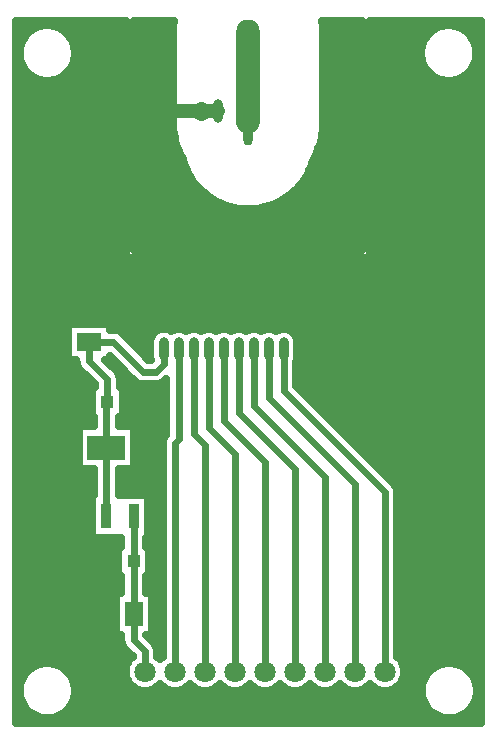
<source format=gbr>
G04 DipTrace 3.0.0.1*
G04 Top.gbr*
%MOIN*%
G04 #@! TF.FileFunction,Copper,L1,Top*
G04 #@! TF.Part,Single*
G04 #@! TA.AperFunction,Conductor*
%ADD13C,0.023622*%
%ADD14C,0.047244*%
%ADD15C,0.012992*%
%ADD16C,0.062992*%
%ADD17C,0.07874*%
G04 #@! TA.AperFunction,CopperBalancing*
%ADD18C,0.025*%
%ADD21R,0.061995X0.081995*%
%ADD23R,0.081995X0.061995*%
%ADD24R,0.043307X0.03937*%
G04 #@! TA.AperFunction,ComponentPad*
%ADD25C,0.070866*%
%ADD26O,0.031496X0.07874*%
%ADD27O,0.031496X0.15748*%
G04 #@! TA.AperFunction,ComponentPad*
%ADD28C,0.031496*%
%ADD30R,0.037402X0.084646*%
%ADD31R,0.127953X0.084646*%
%ADD33O,0.07874X0.177165*%
%FSLAX26Y26*%
G04*
G70*
G90*
G75*
G01*
G04 Top*
%LPD*%
X737451Y574950D2*
D13*
Y768701D1*
X699951D1*
X737451Y574950D2*
D3*
X511811Y629921D2*
X631201D1*
Y562450D1*
X643701Y574950D1*
X737451D1*
Y474951D1*
X706201Y443701D1*
X635827D1*
X629921Y437795D1*
X1081272Y2443906D2*
D14*
X1025017D1*
X981262D1*
X918766D1*
D15*
X912505Y2450167D1*
X1025017Y2443916D2*
D16*
Y2443906D1*
X968761Y2443916D2*
D14*
X981262Y2443906D1*
X709252Y1093701D2*
D13*
Y1322047D1*
X900031Y1650155D2*
Y1600105D1*
X875001Y1575075D1*
X831247D1*
X731226Y1675096D1*
X649979D1*
X709252Y1322047D2*
Y1471829D1*
D15*
X712487Y1475064D1*
D13*
Y1550070D1*
X649979Y1612577D1*
Y1675096D1*
X950031Y1650155D2*
Y1350031D1*
X937520Y1337520D1*
Y576181D1*
X1000031Y1650155D2*
Y1368786D1*
X1037520Y1331298D1*
Y576181D1*
X1050031Y1650155D2*
Y1387370D1*
X1137520Y1299882D1*
Y576181D1*
X1100031Y1650155D2*
Y1412370D1*
X1237520Y1274882D1*
Y576181D1*
X1150031Y1650165D2*
Y1437370D1*
X1337559Y1249843D1*
Y576181D1*
X1200031Y1650155D2*
Y1462370D1*
X1437559Y1224843D1*
Y576181D1*
X1250031Y1650155D2*
Y1487370D1*
X1537559Y1199843D1*
Y576181D1*
X1637598D2*
Y1174803D1*
X1300031Y1512370D1*
Y1650155D1*
X1181181Y2662450D2*
D17*
X1181272Y2406386D1*
X799951Y768701D2*
D13*
Y943701D1*
Y1093552D1*
X799803Y1093701D1*
X837480Y576181D2*
Y643672D1*
X799951Y681201D1*
Y768701D1*
X408701Y2718537D2*
D18*
X464712D1*
X558921D2*
X772378D1*
X1589780D2*
X1803286D1*
X1897495D2*
X1953481D1*
X408701Y2693668D2*
X435903D1*
X587680D2*
X772378D1*
X1589780D2*
X1774477D1*
X1926303D2*
X1953481D1*
X408701Y2668799D2*
X422426D1*
X601206D2*
X772378D1*
X1589780D2*
X1761001D1*
X1939780D2*
X1953516D1*
X408701Y2643930D2*
X417299D1*
X606333D2*
X772378D1*
X1589780D2*
X1755874D1*
X1944907D2*
X1953512D1*
X408701Y2619062D2*
X419008D1*
X604624D2*
X772378D1*
X1589780D2*
X1757583D1*
X1943198D2*
X1953489D1*
X408701Y2594193D2*
X428042D1*
X595590D2*
X772378D1*
X1589780D2*
X1766616D1*
X1934165D2*
X1953461D1*
X408701Y2569324D2*
X447524D1*
X576108D2*
X772378D1*
X1589780D2*
X1786098D1*
X1914682D2*
X1953481D1*
X408701Y2544455D2*
X772378D1*
X1589780D2*
X1953481D1*
X408701Y2519587D2*
X772378D1*
X1589780D2*
X1953481D1*
X408701Y2494718D2*
X772378D1*
X1589780D2*
X1953481D1*
X408701Y2469849D2*
X772378D1*
X1589780D2*
X1953481D1*
X408701Y2444980D2*
X772378D1*
X1589780D2*
X1953481D1*
X408701Y2420112D2*
X772378D1*
X1589780D2*
X1953481D1*
X408701Y2395243D2*
X772378D1*
X1589780D2*
X1953481D1*
X408701Y2370374D2*
X772378D1*
X1589780D2*
X1953481D1*
X408701Y2345505D2*
X772378D1*
X1589780D2*
X1953481D1*
X408701Y2320636D2*
X772378D1*
X1589780D2*
X1953481D1*
X408701Y2295768D2*
X772378D1*
X1589780D2*
X1953481D1*
X408701Y2270899D2*
X772378D1*
X1589780D2*
X1953481D1*
X408701Y2246030D2*
X772378D1*
X1589780D2*
X1953481D1*
X408701Y2221161D2*
X772378D1*
X1589780D2*
X1953481D1*
X408701Y2196293D2*
X772378D1*
X1589780D2*
X1953481D1*
X408701Y2171424D2*
X772378D1*
X1589780D2*
X1953481D1*
X408701Y2146555D2*
X772378D1*
X1589780D2*
X1953481D1*
X408701Y2121686D2*
X772378D1*
X1589780D2*
X1953481D1*
X408701Y2096818D2*
X772378D1*
X1589780D2*
X1953481D1*
X408701Y2071949D2*
X772378D1*
X1589780D2*
X1953481D1*
X408701Y2047080D2*
X772378D1*
X1589780D2*
X1953481D1*
X408701Y2022211D2*
X772378D1*
X1589780D2*
X1953481D1*
X408701Y1997343D2*
X772378D1*
X1589780D2*
X1953481D1*
X408701Y1972474D2*
X772378D1*
X1589780D2*
X1953481D1*
X408701Y1947605D2*
X1953481D1*
X408701Y1922736D2*
X1953481D1*
X408701Y1897867D2*
X1953481D1*
X408701Y1872999D2*
X1953481D1*
X408701Y1848130D2*
X1953481D1*
X408701Y1823261D2*
X1953481D1*
X408701Y1798392D2*
X1953481D1*
X408701Y1773524D2*
X1953481D1*
X408701Y1748655D2*
X1953481D1*
X408701Y1723786D2*
X577212D1*
X722739D2*
X1953481D1*
X408701Y1698917D2*
X577212D1*
X767954D2*
X860219D1*
X1339829D2*
X1953481D1*
X408701Y1674049D2*
X577212D1*
X792856D2*
X852553D1*
X1347544D2*
X1953481D1*
X408701Y1649180D2*
X577212D1*
X817710D2*
X852553D1*
X1347544D2*
X1953481D1*
X408701Y1624311D2*
X577212D1*
X842563D2*
X852598D1*
X1347495D2*
X1953481D1*
X408701Y1599442D2*
X608559D1*
X723667D2*
X746303D1*
X1343588D2*
X1953481D1*
X408701Y1574573D2*
X627407D1*
X747934D2*
X771206D1*
X1343588D2*
X1953481D1*
X408701Y1549705D2*
X652309D1*
X756040D2*
X796059D1*
X1343588D2*
X1953481D1*
X408701Y1524836D2*
X668911D1*
X756040D2*
X906460D1*
X1348129D2*
X1953481D1*
X408701Y1499967D2*
X659096D1*
X765903D2*
X906460D1*
X1372983D2*
X1953481D1*
X408701Y1475098D2*
X659096D1*
X765903D2*
X906460D1*
X1397885D2*
X1953481D1*
X408701Y1450230D2*
X659096D1*
X765903D2*
X906460D1*
X1422739D2*
X1953481D1*
X408701Y1425361D2*
X665688D1*
X752817D2*
X906460D1*
X1447592D2*
X1953481D1*
X408701Y1400492D2*
X665688D1*
X752817D2*
X906460D1*
X1472495D2*
X1953481D1*
X408701Y1375623D2*
X613540D1*
X804965D2*
X906460D1*
X1497348D2*
X1953481D1*
X408701Y1350755D2*
X613540D1*
X804965D2*
X896157D1*
X1522202D2*
X1953481D1*
X408701Y1325886D2*
X613540D1*
X804965D2*
X893960D1*
X1547104D2*
X1953481D1*
X408701Y1301017D2*
X613540D1*
X804965D2*
X893960D1*
X1571958D2*
X1953481D1*
X408701Y1276148D2*
X613540D1*
X804965D2*
X893960D1*
X1596811D2*
X1953481D1*
X408701Y1251280D2*
X613540D1*
X804965D2*
X893960D1*
X1621665D2*
X1953481D1*
X408701Y1226411D2*
X665688D1*
X752817D2*
X893960D1*
X1646567D2*
X1953481D1*
X408701Y1201542D2*
X665688D1*
X752817D2*
X893960D1*
X1671274D2*
X1953481D1*
X408701Y1176673D2*
X665688D1*
X752817D2*
X893960D1*
X1681137D2*
X1953481D1*
X408701Y1151804D2*
X658803D1*
X850229D2*
X893960D1*
X1681137D2*
X1953481D1*
X408701Y1126936D2*
X658803D1*
X850229D2*
X893960D1*
X1681137D2*
X1953481D1*
X408701Y1102067D2*
X658803D1*
X850229D2*
X893960D1*
X1681137D2*
X1953481D1*
X408701Y1077198D2*
X658803D1*
X850229D2*
X893960D1*
X1681137D2*
X1953481D1*
X408701Y1052329D2*
X658803D1*
X850229D2*
X893960D1*
X1681137D2*
X1953481D1*
X408701Y1027461D2*
X658803D1*
X850229D2*
X893960D1*
X1681137D2*
X1953481D1*
X408701Y1002592D2*
X756411D1*
X843491D2*
X893960D1*
X1681137D2*
X1953481D1*
X408701Y977723D2*
X746547D1*
X853354D2*
X893960D1*
X1681137D2*
X1953481D1*
X408701Y952854D2*
X746547D1*
X853354D2*
X893960D1*
X1681137D2*
X1953481D1*
X408701Y927986D2*
X746547D1*
X853354D2*
X893960D1*
X1681137D2*
X1953481D1*
X408701Y903117D2*
X746547D1*
X853354D2*
X893960D1*
X1681137D2*
X1953481D1*
X408701Y878248D2*
X756411D1*
X843491D2*
X893960D1*
X1681137D2*
X1953481D1*
X408701Y853379D2*
X756411D1*
X843491D2*
X893960D1*
X1681137D2*
X1953481D1*
X408701Y828510D2*
X737221D1*
X862680D2*
X893960D1*
X1681137D2*
X1953481D1*
X408701Y803642D2*
X737221D1*
X862680D2*
X893960D1*
X1681137D2*
X1953481D1*
X408701Y778773D2*
X737221D1*
X862680D2*
X893960D1*
X1681137D2*
X1953481D1*
X408701Y753904D2*
X737221D1*
X862680D2*
X893960D1*
X1681137D2*
X1953481D1*
X408701Y729035D2*
X737221D1*
X862680D2*
X893960D1*
X1681137D2*
X1953481D1*
X408701Y704167D2*
X737221D1*
X862680D2*
X893960D1*
X1681137D2*
X1953481D1*
X408701Y679298D2*
X756460D1*
X862436D2*
X893960D1*
X1681137D2*
X1953481D1*
X408701Y654429D2*
X766323D1*
X879624D2*
X893960D1*
X1681137D2*
X1953481D1*
X408701Y629560D2*
X791030D1*
X881040D2*
X893960D1*
X1681137D2*
X1953481D1*
X408701Y604692D2*
X776919D1*
X1698178D2*
X1843862D1*
X1860599D2*
X1953481D1*
X408701Y579823D2*
X446987D1*
X576645D2*
X770424D1*
X1704672D2*
X1786538D1*
X1917954D2*
X1953481D1*
X408701Y554954D2*
X427797D1*
X595835D2*
X773891D1*
X1701206D2*
X1767788D1*
X1936704D2*
X1953486D1*
X408701Y530085D2*
X418911D1*
X604721D2*
X789614D1*
X1685483D2*
X1759145D1*
X1945297D2*
X1953518D1*
X408701Y505217D2*
X417299D1*
X606333D2*
X1757827D1*
X408701Y480348D2*
X422622D1*
X601010D2*
X1763344D1*
X1941147D2*
X1953529D1*
X408701Y455479D2*
X436294D1*
X587338D2*
X1777358D1*
X1927133D2*
X1953481D1*
X408701Y430610D2*
X465542D1*
X558090D2*
X1807534D1*
X1896909D2*
X1953481D1*
X752206Y838946D2*
X758896D1*
X758892Y894726D1*
X749050Y894768D1*
Y992634D1*
X758864D1*
X758892Y1022168D1*
X661303Y1022130D1*
Y1165271D1*
X668188D1*
X668193Y1250488D1*
X616028Y1250476D1*
Y1393618D1*
X668225D1*
X668193Y1426100D1*
X661585Y1426131D1*
Y1523997D1*
X671400D1*
X671428Y1533023D1*
X618757Y1585912D1*
X614970Y1591124D1*
X612045Y1596865D1*
X610054Y1602992D1*
X609046Y1609356D1*
X608920Y1614872D1*
X579734Y1614850D1*
Y1735341D1*
X720224D1*
Y1716152D1*
X734447Y1716028D1*
X740811Y1715020D1*
X746938Y1713029D1*
X752679Y1710104D1*
X757891Y1706317D1*
X830970Y1633418D1*
X848267Y1616120D1*
X856296Y1616134D1*
X855174Y1623002D1*
X855035Y1673777D1*
X855589Y1680816D1*
X857238Y1687681D1*
X859940Y1694205D1*
X863629Y1700225D1*
X868214Y1705594D1*
X873583Y1710179D1*
X879604Y1713869D1*
X886127Y1716571D1*
X892993Y1718219D1*
X900031Y1718773D1*
X907070Y1718219D1*
X913936Y1716571D1*
X920459Y1713869D1*
X924999Y1711169D1*
X932812Y1715348D1*
X939527Y1717530D1*
X946501Y1718634D1*
X953562D1*
X960536Y1717530D1*
X967251Y1715348D1*
X974999Y1711169D1*
X982812Y1715348D1*
X989527Y1717530D1*
X996501Y1718634D1*
X1003562D1*
X1010536Y1717530D1*
X1017251Y1715348D1*
X1024999Y1711169D1*
X1032812Y1715348D1*
X1039527Y1717530D1*
X1046501Y1718634D1*
X1053562D1*
X1060536Y1717530D1*
X1067251Y1715348D1*
X1074999Y1711169D1*
X1082812Y1715348D1*
X1089527Y1717530D1*
X1096501Y1718634D1*
X1103562D1*
X1110536Y1717530D1*
X1117251Y1715348D1*
X1124999Y1711169D1*
X1132812Y1715358D1*
X1139527Y1717540D1*
X1146501Y1718645D1*
X1153562D1*
X1160536Y1717540D1*
X1167251Y1715358D1*
X1174999Y1711179D1*
X1182812Y1715348D1*
X1189527Y1717530D1*
X1196501Y1718634D1*
X1203562D1*
X1210536Y1717530D1*
X1217251Y1715348D1*
X1224999Y1711169D1*
X1232812Y1715348D1*
X1239527Y1717530D1*
X1246501Y1718634D1*
X1253562D1*
X1260536Y1717530D1*
X1267251Y1715348D1*
X1274999Y1711169D1*
X1282812Y1715348D1*
X1289527Y1717530D1*
X1296501Y1718634D1*
X1303562D1*
X1310536Y1717530D1*
X1317251Y1715348D1*
X1323542Y1712142D1*
X1329254Y1707992D1*
X1334247Y1703000D1*
X1338397Y1697287D1*
X1341602Y1690996D1*
X1343784Y1684281D1*
X1344889Y1677307D1*
X1344979Y1626533D1*
X1344474Y1619494D1*
X1342825Y1612628D1*
X1341088Y1608198D1*
X1341091Y1529403D1*
X1668820Y1201469D1*
X1672607Y1196256D1*
X1675532Y1190516D1*
X1677523Y1184388D1*
X1678531Y1178025D1*
X1678658Y1074803D1*
Y626122D1*
X1683335Y621918D1*
X1689927Y614200D1*
X1695230Y605546D1*
X1699114Y596169D1*
X1701483Y586299D1*
X1702280Y576181D1*
X1701483Y566063D1*
X1699114Y556194D1*
X1695230Y546816D1*
X1689927Y538163D1*
X1683335Y530445D1*
X1675617Y523853D1*
X1666963Y518550D1*
X1657586Y514666D1*
X1647717Y512296D1*
X1637598Y511500D1*
X1627480Y512296D1*
X1617611Y514666D1*
X1608234Y518550D1*
X1599580Y523853D1*
X1591862Y530445D1*
X1587592Y535218D1*
X1583296Y530445D1*
X1575578Y523853D1*
X1566924Y518550D1*
X1557547Y514666D1*
X1547677Y512296D1*
X1537559Y511500D1*
X1527441Y512296D1*
X1517571Y514666D1*
X1508194Y518550D1*
X1499540Y523853D1*
X1491823Y530445D1*
X1487577Y535187D1*
X1483296Y530445D1*
X1475578Y523853D1*
X1466924Y518550D1*
X1457547Y514666D1*
X1447677Y512296D1*
X1437559Y511500D1*
X1427441Y512296D1*
X1417571Y514666D1*
X1408194Y518550D1*
X1399540Y523853D1*
X1391823Y530445D1*
X1387577Y535187D1*
X1383296Y530445D1*
X1375578Y523853D1*
X1366924Y518550D1*
X1357547Y514666D1*
X1347677Y512296D1*
X1337559Y511500D1*
X1327441Y512296D1*
X1317571Y514666D1*
X1308194Y518550D1*
X1299540Y523853D1*
X1291823Y530445D1*
X1287552Y535218D1*
X1283256Y530445D1*
X1275538Y523853D1*
X1266884Y518550D1*
X1257507Y514666D1*
X1247638Y512296D1*
X1237520Y511500D1*
X1227401Y512296D1*
X1217532Y514666D1*
X1208155Y518550D1*
X1199501Y523853D1*
X1191783Y530445D1*
X1187537Y535187D1*
X1183256Y530445D1*
X1175538Y523853D1*
X1166884Y518550D1*
X1157507Y514666D1*
X1147638Y512296D1*
X1137520Y511500D1*
X1127401Y512296D1*
X1117532Y514666D1*
X1108155Y518550D1*
X1099501Y523853D1*
X1091783Y530445D1*
X1087537Y535187D1*
X1083256Y530445D1*
X1075538Y523853D1*
X1066884Y518550D1*
X1057507Y514666D1*
X1047638Y512296D1*
X1037520Y511500D1*
X1027401Y512296D1*
X1017532Y514666D1*
X1008155Y518550D1*
X999501Y523853D1*
X991783Y530445D1*
X987537Y535187D1*
X983256Y530445D1*
X975538Y523853D1*
X966884Y518550D1*
X957507Y514666D1*
X947638Y512296D1*
X937520Y511500D1*
X927401Y512296D1*
X917532Y514666D1*
X908155Y518550D1*
X899501Y523853D1*
X891783Y530445D1*
X887513Y535218D1*
X883217Y530445D1*
X875499Y523853D1*
X866845Y518550D1*
X857468Y514666D1*
X847599Y512296D1*
X837480Y511500D1*
X827362Y512296D1*
X817493Y514666D1*
X808116Y518550D1*
X799462Y523853D1*
X791744Y530445D1*
X785152Y538163D1*
X779849Y546816D1*
X775965Y556194D1*
X773596Y566063D1*
X772799Y576181D1*
X773596Y586299D1*
X775965Y596169D1*
X779849Y605546D1*
X785152Y614200D1*
X791744Y621918D1*
X796421Y626181D1*
Y626621D1*
X795473Y625365D1*
X796424Y626114D1*
X781931Y641155D1*
X768730Y654535D1*
X764943Y659747D1*
X762018Y665488D1*
X760027Y671616D1*
X759019Y677979D1*
X758892Y698437D1*
X739706Y698455D1*
Y838946D1*
X752206D1*
X841024D2*
X860197D1*
Y698455D1*
X841007D1*
X868702Y670338D1*
X872489Y665125D1*
X875414Y659385D1*
X877405Y653257D1*
X878413Y646893D1*
X878539Y626143D1*
X886664Y618188D1*
X887487Y617144D1*
X891783Y621918D1*
X896461Y626181D1*
X896587Y1340741D1*
X897595Y1347105D1*
X899586Y1353232D1*
X902511Y1358973D1*
X906298Y1364185D1*
X908975Y1367042D1*
X908972Y1550959D1*
X901667Y1543853D1*
X896455Y1540066D1*
X890714Y1537141D1*
X884586Y1535150D1*
X878223Y1534142D1*
X831247Y1534016D1*
X824824Y1534521D1*
X818559Y1536025D1*
X812606Y1538491D1*
X807113Y1541857D1*
X802214Y1546042D1*
X720213Y1628043D1*
X720224Y1614850D1*
X705820D1*
X743708Y1576735D1*
X747496Y1571523D1*
X750421Y1565782D1*
X752412Y1559655D1*
X753419Y1553291D1*
X753546Y1524044D1*
X763389Y1523997D1*
Y1426131D1*
X750351D1*
X750311Y1393656D1*
X802477Y1393618D1*
Y1250476D1*
X750279D1*
X750311Y1165260D1*
X847752Y1165271D1*
Y1022130D1*
X840965D1*
X841011Y992625D1*
X850853Y992634D1*
Y894768D1*
X841039D1*
X841011Y838964D1*
X1944200Y505401D2*
X1941936Y491105D1*
X1937463Y477339D1*
X1930892Y464442D1*
X1922384Y452733D1*
X1912149Y442498D1*
X1900439Y433990D1*
X1887543Y427419D1*
X1873777Y422946D1*
X1859481Y420682D1*
X1845007D1*
X1830711Y422946D1*
X1816945Y427419D1*
X1804049Y433990D1*
X1792339Y442498D1*
X1782104Y452733D1*
X1773596Y464442D1*
X1767025Y477339D1*
X1762553Y491105D1*
X1760288Y505401D1*
Y519875D1*
X1762553Y534171D1*
X1767025Y547937D1*
X1773596Y560833D1*
X1782104Y572543D1*
X1792339Y582778D1*
X1804049Y591285D1*
X1816945Y597857D1*
X1830711Y602329D1*
X1845007Y604594D1*
X1859481D1*
X1873777Y602329D1*
X1887543Y597857D1*
X1900439Y591285D1*
X1912149Y582778D1*
X1922384Y572543D1*
X1930892Y560833D1*
X1937463Y547937D1*
X1941936Y534171D1*
X1944200Y519875D1*
Y505401D1*
X603767Y504574D2*
X601503Y490278D1*
X597030Y476512D1*
X590459Y463616D1*
X581951Y451906D1*
X571716Y441671D1*
X560006Y433163D1*
X547110Y426592D1*
X533344Y422119D1*
X519048Y419855D1*
X504574D1*
X490278Y422119D1*
X476512Y426592D1*
X463616Y433163D1*
X451906Y441671D1*
X441671Y451906D1*
X433163Y463616D1*
X426592Y476512D1*
X422119Y490278D1*
X419855Y504574D1*
Y519048D1*
X422119Y533344D1*
X426592Y547110D1*
X433163Y560006D1*
X441671Y571716D1*
X451906Y581951D1*
X463616Y590459D1*
X476512Y597030D1*
X490278Y601503D1*
X504574Y603767D1*
X519048D1*
X533344Y601503D1*
X547110Y597030D1*
X560006Y590459D1*
X571716Y581951D1*
X581951Y571716D1*
X590459Y560006D1*
X597030Y547110D1*
X601503Y533344D1*
X603767Y519048D1*
Y504574D1*
X1942350Y2630558D2*
X1940085Y2616262D1*
X1935612Y2602496D1*
X1929041Y2589600D1*
X1920534Y2577890D1*
X1910299Y2567655D1*
X1898589Y2559148D1*
X1885692Y2552576D1*
X1871927Y2548104D1*
X1857631Y2545839D1*
X1843157D1*
X1828861Y2548104D1*
X1815095Y2552576D1*
X1802198Y2559148D1*
X1790489Y2567655D1*
X1780254Y2577890D1*
X1771746Y2589600D1*
X1765175Y2602496D1*
X1760702Y2616262D1*
X1758438Y2630558D1*
Y2645032D1*
X1760702Y2659328D1*
X1765175Y2673094D1*
X1771746Y2685991D1*
X1780254Y2697700D1*
X1790489Y2707935D1*
X1802198Y2716443D1*
X1815095Y2723014D1*
X1828861Y2727487D1*
X1843157Y2729751D1*
X1857631D1*
X1871927Y2727487D1*
X1885692Y2723014D1*
X1898589Y2716443D1*
X1910299Y2707935D1*
X1920534Y2697700D1*
X1929041Y2685991D1*
X1935612Y2673094D1*
X1940085Y2659328D1*
X1942350Y2645032D1*
Y2630558D1*
X603767D2*
X601503Y2616262D1*
X597030Y2602496D1*
X590459Y2589600D1*
X581951Y2577890D1*
X571716Y2567655D1*
X560006Y2559148D1*
X547110Y2552576D1*
X533344Y2548104D1*
X519048Y2545839D1*
X504574D1*
X490278Y2548104D1*
X476512Y2552576D1*
X463616Y2559148D1*
X451906Y2567655D1*
X441671Y2577890D1*
X433163Y2589600D1*
X426592Y2602496D1*
X422119Y2616262D1*
X419855Y2630558D1*
Y2645032D1*
X422119Y2659328D1*
X426592Y2673094D1*
X433163Y2685991D1*
X441671Y2697700D1*
X451906Y2707935D1*
X463616Y2716443D1*
X476512Y2723014D1*
X490278Y2727487D1*
X504574Y2729751D1*
X519048D1*
X533344Y2727487D1*
X547110Y2723014D1*
X560006Y2716443D1*
X571716Y2707935D1*
X581951Y2697700D1*
X590459Y2685991D1*
X597030Y2673094D1*
X601503Y2659328D1*
X603767Y2645032D1*
Y2630558D1*
X1678655Y626114D2*
X1683335Y621918D1*
X1689927Y614200D1*
X1695230Y605546D1*
X1699114Y596169D1*
X1701483Y586299D1*
X1702280Y576181D1*
X1701483Y566063D1*
X1699114Y556194D1*
X1695230Y546816D1*
X1689927Y538163D1*
X1683335Y530445D1*
X1675617Y523853D1*
X1666963Y518550D1*
X1657586Y514666D1*
X1647717Y512296D1*
X1637598Y511500D1*
X1627480Y512296D1*
X1617611Y514666D1*
X1608234Y518550D1*
X1599580Y523853D1*
X1591862Y530445D1*
X1587566Y535218D1*
X1583296Y530445D1*
X1575578Y523853D1*
X1566924Y518550D1*
X1557547Y514666D1*
X1547677Y512296D1*
X1537559Y511500D1*
X1527441Y512296D1*
X1517571Y514666D1*
X1508194Y518550D1*
X1499540Y523853D1*
X1491823Y530445D1*
X1487541Y535187D1*
X1483296Y530445D1*
X1475578Y523853D1*
X1466924Y518550D1*
X1457547Y514666D1*
X1447677Y512296D1*
X1437559Y511500D1*
X1427441Y512296D1*
X1417571Y514666D1*
X1408194Y518550D1*
X1399540Y523853D1*
X1391823Y530445D1*
X1387541Y535187D1*
X1383296Y530445D1*
X1375578Y523853D1*
X1366924Y518550D1*
X1357547Y514666D1*
X1347677Y512296D1*
X1337559Y511500D1*
X1327441Y512296D1*
X1317571Y514666D1*
X1308194Y518550D1*
X1299540Y523853D1*
X1291823Y530445D1*
X1287552Y535218D1*
X1283256Y530445D1*
X1275538Y523853D1*
X1266884Y518550D1*
X1257507Y514666D1*
X1247638Y512296D1*
X1237520Y511500D1*
X1227401Y512296D1*
X1217532Y514666D1*
X1208155Y518550D1*
X1199501Y523853D1*
X1191783Y530445D1*
X1187502Y535187D1*
X1183256Y530445D1*
X1175538Y523853D1*
X1166884Y518550D1*
X1157507Y514666D1*
X1147638Y512296D1*
X1137520Y511500D1*
X1127401Y512296D1*
X1117532Y514666D1*
X1108155Y518550D1*
X1099501Y523853D1*
X1091783Y530445D1*
X1087502Y535187D1*
X1083256Y530445D1*
X1075538Y523853D1*
X1066884Y518550D1*
X1057507Y514666D1*
X1047638Y512296D1*
X1037520Y511500D1*
X1027401Y512296D1*
X1017532Y514666D1*
X1008155Y518550D1*
X999501Y523853D1*
X991783Y530445D1*
X987502Y535187D1*
X983256Y530445D1*
X975538Y523853D1*
X966884Y518550D1*
X957507Y514666D1*
X947638Y512296D1*
X937520Y511500D1*
X927401Y512296D1*
X917532Y514666D1*
X908155Y518550D1*
X899501Y523853D1*
X891783Y530445D1*
X887513Y535218D1*
X883217Y530445D1*
X875499Y523853D1*
X866845Y518550D1*
X857468Y514666D1*
X847599Y512296D1*
X837480Y511500D1*
X827362Y512296D1*
X817493Y514666D1*
X808116Y518550D1*
X799462Y523853D1*
X791744Y530445D1*
X785152Y538163D1*
X779849Y546816D1*
X775965Y556194D1*
X773596Y566063D1*
X772799Y576181D1*
X773596Y586299D1*
X775965Y596169D1*
X779849Y605546D1*
X785152Y614200D1*
X791744Y621918D1*
X795473Y625365D1*
X1587303Y2743357D2*
X1587149Y1966548D1*
X1585941Y1962829D1*
X1583642Y1959665D1*
X1580478Y1957366D1*
X1576759Y1956158D1*
X1537303Y1956004D1*
X785446Y1956158D1*
X781727Y1957366D1*
X778563Y1959665D1*
X776264Y1962829D1*
X775055Y1966549D1*
X774902Y2006004D1*
Y2743357D1*
X406200Y2743405D1*
X406201Y406201D1*
X1956004D1*
Y2743359D1*
X1587303Y2743405D1*
X802426Y2718537D2*
X929067D1*
X1433285D2*
X1559780D1*
X802426Y2693668D2*
X928969D1*
X1433383D2*
X1559780D1*
X802426Y2668799D2*
X928969D1*
X1433383D2*
X1559780D1*
X802426Y2643930D2*
X928969D1*
X1433432D2*
X1559780D1*
X802426Y2619062D2*
X928969D1*
X1433432D2*
X1559780D1*
X802426Y2594193D2*
X928969D1*
X1433432D2*
X1559780D1*
X802426Y2569324D2*
X929018D1*
X1433432D2*
X1559780D1*
X802426Y2544455D2*
X929018D1*
X1433432D2*
X1559780D1*
X802426Y2519587D2*
X929018D1*
X1433432D2*
X1559780D1*
X802426Y2494718D2*
X929018D1*
X1433481D2*
X1559780D1*
X802426Y2469849D2*
X929018D1*
X1433481D2*
X1559780D1*
X802426Y2444980D2*
X929018D1*
X1433481D2*
X1559780D1*
X802426Y2420112D2*
X929067D1*
X1433481D2*
X1559780D1*
X802426Y2395243D2*
X929311D1*
X1433237D2*
X1559780D1*
X802426Y2370374D2*
X931655D1*
X1430893D2*
X1559780D1*
X802426Y2345505D2*
X936586D1*
X1425961D2*
X1559780D1*
X802426Y2320636D2*
X944252D1*
X1418295D2*
X1559780D1*
X802426Y2295768D2*
X954897D1*
X1407651D2*
X1559780D1*
X802426Y2270899D2*
X964613D1*
X1397934D2*
X1559780D1*
X802426Y2246030D2*
X974721D1*
X1387826D2*
X1559780D1*
X802426Y2221161D2*
X988539D1*
X1373959D2*
X1559780D1*
X802426Y2196293D2*
X1007045D1*
X1355453D2*
X1559780D1*
X802426Y2171424D2*
X1031996D1*
X1330551D2*
X1559780D1*
X802426Y2146555D2*
X1067543D1*
X1295004D2*
X1559780D1*
X802426Y2121686D2*
X1134438D1*
X1228110D2*
X1559780D1*
X802426Y2096818D2*
X1559780D1*
X802426Y2071949D2*
X1559780D1*
X802426Y2047080D2*
X1559780D1*
X802426Y2022211D2*
X1559780D1*
X802426Y1997343D2*
X1559780D1*
X1399736Y2285425D2*
X1395044Y2269762D1*
X1390649Y2258062D1*
X1385614Y2246622D1*
X1379954Y2235479D1*
X1373688Y2224665D1*
X1366833Y2214214D1*
X1359411Y2204157D1*
X1351445Y2194527D1*
X1342959Y2185351D1*
X1333979Y2176658D1*
X1324533Y2168474D1*
X1314648Y2160825D1*
X1304356Y2153734D1*
X1293688Y2147223D1*
X1282676Y2141310D1*
X1271355Y2136016D1*
X1259758Y2131355D1*
X1247921Y2127342D1*
X1235881Y2123989D1*
X1223674Y2121307D1*
X1211337Y2119303D1*
X1198908Y2117984D1*
X1186426Y2117354D1*
X1173928Y2117415D1*
X1161452Y2118166D1*
X1149036Y2119605D1*
X1136720Y2121728D1*
X1124539Y2124529D1*
X1112532Y2127998D1*
X1100735Y2132125D1*
X1089184Y2136898D1*
X1077914Y2142303D1*
X1066960Y2148321D1*
X1056355Y2154936D1*
X1046132Y2162126D1*
X1036323Y2169871D1*
X1026956Y2178145D1*
X1018060Y2186925D1*
X1009663Y2196183D1*
X1001791Y2205890D1*
X994467Y2216018D1*
X987714Y2226535D1*
X981553Y2237409D1*
X976001Y2248607D1*
X971077Y2260094D1*
X966795Y2271836D1*
X962741Y2285552D1*
X955222Y2300263D1*
X950196Y2311706D1*
X945748Y2323387D1*
X941890Y2335275D1*
X938632Y2347342D1*
X935981Y2359556D1*
X933945Y2371888D1*
X932529Y2384306D1*
X931551Y2406298D1*
X931478Y2714643D1*
X931940Y2727133D1*
X933554Y2743405D1*
X799950D1*
X799902Y1981052D1*
X1562255Y1981004D1*
X1562303Y2743357D1*
X1428856Y2743405D1*
X1430176Y2730684D1*
X1430902Y2711663D1*
X1430992Y2406474D1*
X1430684Y2393979D1*
X1429751Y2381515D1*
X1428195Y2369114D1*
X1426021Y2356806D1*
X1423234Y2344622D1*
X1419840Y2332593D1*
X1415849Y2320748D1*
X1411270Y2309118D1*
X1406115Y2297732D1*
X1399883Y2285731D1*
D21*
X699951Y768701D3*
X799951D3*
D23*
X649979Y1775096D3*
Y1675096D3*
D24*
X799951Y943701D3*
X733022D3*
X712487Y1475064D3*
X645558D3*
D25*
X737451Y574950D3*
D3*
X937520Y576181D3*
D3*
X1037520D3*
D3*
X1137520D3*
D3*
D26*
X1081272Y2443906D3*
D27*
X1181272Y2406386D3*
D26*
X850031Y1650155D3*
X900031D3*
X950031D3*
X1000031D3*
X1050031D3*
X1150031Y1650165D3*
X1100031Y1650155D3*
X1200031D3*
X1250031D3*
X1300031D3*
D25*
X1337559Y576181D3*
D3*
X1437559D3*
D3*
X1537559D3*
D3*
D28*
X1850394Y629921D3*
Y2519685D3*
Y866142D3*
X511811Y2519685D3*
X1850394Y1102362D3*
X511811Y2283465D3*
X1850394Y1338583D3*
X511811Y2047244D3*
Y1811024D3*
Y1574803D3*
Y1338583D3*
Y1102362D3*
X1850394Y1574803D3*
Y1811024D3*
Y2047244D3*
X511811Y866142D3*
Y629921D3*
X1025017Y2443916D3*
X881244Y1318807D3*
X1850394Y2283465D3*
X881253Y1218812D3*
Y1118807D3*
X968761Y2443916D3*
X881253Y1018801D3*
X881245Y918819D3*
X912505Y2718945D3*
Y2656438D3*
X1732283Y2637795D3*
X881253Y818795D3*
X912505Y2587681D3*
Y2518924D3*
X893745Y1418812D3*
X781253Y1518819D3*
Y1418819D3*
X818753Y1318819D3*
X743738Y1731341D3*
X912505Y2450167D3*
X1456312Y2718945D3*
Y2656438D3*
Y2587681D3*
X748031Y2637795D3*
X629921D3*
X866142D3*
X743738Y1800098D3*
X512638Y744961D3*
X893753Y1518819D3*
X1850394Y2400748D3*
X1456312Y2518924D3*
X1850394Y747205D3*
Y983425D3*
Y1219646D3*
X1456312Y2450167D3*
X629921Y437795D3*
X866142D3*
X1732283D3*
X1614173D3*
X1377953D3*
X1102362D3*
X1850394Y1455866D3*
Y1692087D3*
Y1928307D3*
X1496063Y2637795D3*
X1850394Y2164528D3*
X1614173Y2637795D3*
X748031Y437795D3*
X1496063D3*
X1259843D3*
X984252D3*
X512638Y981181D3*
Y1217402D3*
Y1453622D3*
Y1689843D3*
Y1926063D3*
Y2162283D3*
Y2398504D3*
D25*
X1237520Y576181D3*
D3*
X1637598D3*
D3*
D30*
X618701Y1093701D3*
X709252D3*
X799803D3*
D31*
X709252Y1322047D3*
D33*
X1181181Y2662450D3*
D25*
X837480Y576181D3*
D3*
M02*

</source>
